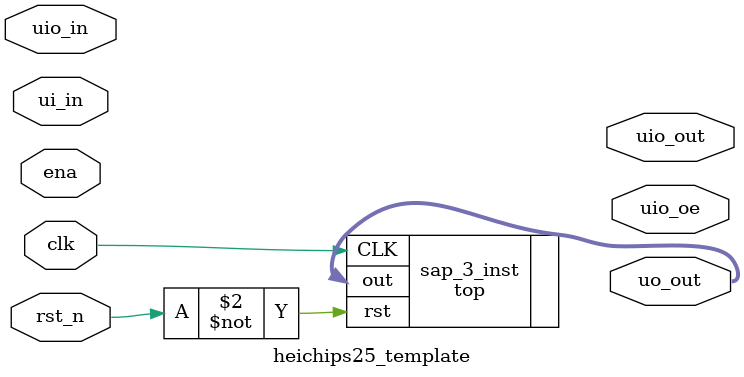
<source format=sv>

/*
`include "reg_file.v"
`include "memory.v"
`include "ir.v"
`include "controller.v"
`include "clock.v"
`include "alu.v"
`include "top.v"
*/
`default_nettype none

module heichips25_template (
    input  wire [7:0] ui_in,    // Dedicated inputs
    output wire [7:0] uo_out,   // Dedicated outputs
    input  wire [7:0] uio_in,   // IOs: Input path
    output wire [7:0] uio_out,  // IOs: Output path
    output wire [7:0] uio_oe,   // IOs: Enable path (active high: 0=input, 1=output)
    input  wire       ena,      // always 1 when the design is powered, so you can ignore it
    input  wire       clk,      // clock
    input  wire       rst_n     // reset_n - low to reset
);

    // List all unused inputs to prevent warnings
    wire _unused = &{ena, ui_in[7:1], uio_in[7:0]};

    top sap_3_inst (
        .CLK(clk),
        .rst(~rst_n),
        .out(uo_out)
    );


endmodule

</source>
